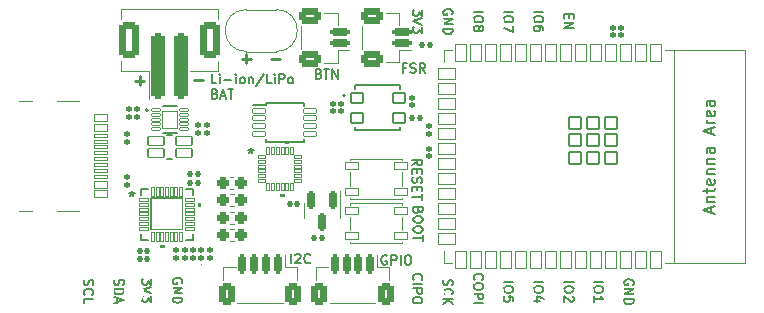
<source format=gbr>
%TF.GenerationSoftware,KiCad,Pcbnew,7.0.6*%
%TF.CreationDate,2023-10-17T01:06:07-04:00*%
%TF.ProjectId,tstick-5gw-pro-USB-V2-pcb,74737469-636b-42d3-9567-772d70726f2d,v0.0.2*%
%TF.SameCoordinates,Original*%
%TF.FileFunction,Legend,Top*%
%TF.FilePolarity,Positive*%
%FSLAX46Y46*%
G04 Gerber Fmt 4.6, Leading zero omitted, Abs format (unit mm)*
G04 Created by KiCad (PCBNEW 7.0.6) date 2023-10-17 01:06:07*
%MOMM*%
%LPD*%
G01*
G04 APERTURE LIST*
G04 Aperture macros list*
%AMRoundRect*
0 Rectangle with rounded corners*
0 $1 Rounding radius*
0 $2 $3 $4 $5 $6 $7 $8 $9 X,Y pos of 4 corners*
0 Add a 4 corners polygon primitive as box body*
4,1,4,$2,$3,$4,$5,$6,$7,$8,$9,$2,$3,0*
0 Add four circle primitives for the rounded corners*
1,1,$1+$1,$2,$3*
1,1,$1+$1,$4,$5*
1,1,$1+$1,$6,$7*
1,1,$1+$1,$8,$9*
0 Add four rect primitives between the rounded corners*
20,1,$1+$1,$2,$3,$4,$5,0*
20,1,$1+$1,$4,$5,$6,$7,0*
20,1,$1+$1,$6,$7,$8,$9,0*
20,1,$1+$1,$8,$9,$2,$3,0*%
G04 Aperture macros list end*
%ADD10C,0.200000*%
%ADD11C,0.250000*%
%ADD12C,0.150000*%
%ADD13C,0.120000*%
%ADD14C,0.100000*%
%ADD15C,0.152400*%
%ADD16C,0.127000*%
%ADD17RoundRect,0.300800X-0.250000X-2.500000X0.250000X-2.500000X0.250000X2.500000X-0.250000X2.500000X0*%
%ADD18RoundRect,0.300800X-0.550000X-1.250000X0.550000X-1.250000X0.550000X1.250000X-0.550000X1.250000X0*%
%ADD19RoundRect,0.150800X0.130000X0.100000X-0.130000X0.100000X-0.130000X-0.100000X0.130000X-0.100000X0*%
%ADD20RoundRect,0.150800X-0.130000X-0.100000X0.130000X-0.100000X0.130000X0.100000X-0.130000X0.100000X0*%
%ADD21RoundRect,0.150800X-0.100000X0.130000X-0.100000X-0.130000X0.100000X-0.130000X0.100000X0.130000X0*%
%ADD22RoundRect,0.150800X0.100000X-0.130000X0.100000X0.130000X-0.100000X0.130000X-0.100000X-0.130000X0*%
%ADD23O,2.101600X3.101600*%
%ADD24RoundRect,0.050800X0.525000X0.325000X-0.525000X0.325000X-0.525000X-0.325000X0.525000X-0.325000X0*%
%ADD25RoundRect,0.050800X-0.353199X-0.102000X0.353199X-0.102000X0.353199X0.102000X-0.353199X0.102000X0*%
%ADD26RoundRect,0.050800X-0.647700X-0.698500X0.647700X-0.698500X0.647700X0.698500X-0.647700X0.698500X0*%
%ADD27RoundRect,0.050800X0.327799X-0.102000X0.327799X0.102000X-0.327799X0.102000X-0.327799X-0.102000X0*%
%ADD28RoundRect,0.050800X-0.102000X-0.327799X0.102000X-0.327799X0.102000X0.327799X-0.102000X0.327799X0*%
%ADD29RoundRect,0.050800X-0.450000X0.750000X-0.450000X-0.750000X0.450000X-0.750000X0.450000X0.750000X0*%
%ADD30RoundRect,0.050800X-0.750000X-0.450000X0.750000X-0.450000X0.750000X0.450000X-0.750000X0.450000X0*%
%ADD31RoundRect,0.050800X0.450000X-0.750000X0.450000X0.750000X-0.450000X0.750000X-0.450000X-0.750000X0*%
%ADD32RoundRect,0.050800X0.500000X-0.500000X0.500000X0.500000X-0.500000X0.500000X-0.500000X-0.500000X0*%
%ADD33RoundRect,0.200800X0.150000X0.625000X-0.150000X0.625000X-0.150000X-0.625000X0.150000X-0.625000X0*%
%ADD34RoundRect,0.300800X0.350000X0.650000X-0.350000X0.650000X-0.350000X-0.650000X0.350000X-0.650000X0*%
%ADD35RoundRect,0.269550X-0.218750X-0.256250X0.218750X-0.256250X0.218750X0.256250X-0.218750X0.256250X0*%
%ADD36RoundRect,0.275800X0.225000X0.250000X-0.225000X0.250000X-0.225000X-0.250000X0.225000X-0.250000X0*%
%ADD37RoundRect,0.200800X0.625000X-0.150000X0.625000X0.150000X-0.625000X0.150000X-0.625000X-0.150000X0*%
%ADD38RoundRect,0.300800X0.650000X-0.350000X0.650000X0.350000X-0.650000X0.350000X-0.650000X-0.350000X0*%
%ADD39RoundRect,0.102000X0.500000X-0.425000X0.500000X0.425000X-0.500000X0.425000X-0.500000X-0.425000X0*%
%ADD40C,3.301600*%
%ADD41RoundRect,0.050800X0.403999X-0.102000X0.403999X0.102000X-0.403999X0.102000X-0.403999X-0.102000X0*%
%ADD42RoundRect,0.050800X-0.102000X-0.403999X0.102000X-0.403999X0.102000X0.403999X-0.102000X0.403999X0*%
%ADD43RoundRect,0.050800X-1.346200X-1.346200X1.346200X-1.346200X1.346200X1.346200X-1.346200X1.346200X0*%
%ADD44RoundRect,0.050800X-0.550000X-0.200000X0.550000X-0.200000X0.550000X0.200000X-0.550000X0.200000X0*%
%ADD45RoundRect,0.050800X-0.525000X-0.325000X0.525000X-0.325000X0.525000X0.325000X-0.525000X0.325000X0*%
%ADD46RoundRect,0.050800X0.671900X0.356000X-0.671900X0.356000X-0.671900X-0.356000X0.671900X-0.356000X0*%
%ADD47C,0.751600*%
%ADD48RoundRect,0.050800X-0.575000X0.300000X-0.575000X-0.300000X0.575000X-0.300000X0.575000X0.300000X0*%
%ADD49RoundRect,0.050800X-0.575000X0.150000X-0.575000X-0.150000X0.575000X-0.150000X0.575000X0.150000X0*%
%ADD50O,2.201600X1.101600*%
%ADD51O,1.901600X1.101600*%
%ADD52RoundRect,0.200800X-0.150000X0.587500X-0.150000X-0.587500X0.150000X-0.587500X0.150000X0.587500X0*%
%ADD53O,1.801600X1.801600*%
G04 APERTURE END LIST*
D10*
X130600000Y-68854790D02*
X130523810Y-68816695D01*
X130523810Y-68816695D02*
X130409524Y-68816695D01*
X130409524Y-68816695D02*
X130295238Y-68854790D01*
X130295238Y-68854790D02*
X130219048Y-68930980D01*
X130219048Y-68930980D02*
X130180953Y-69007171D01*
X130180953Y-69007171D02*
X130142857Y-69159552D01*
X130142857Y-69159552D02*
X130142857Y-69273838D01*
X130142857Y-69273838D02*
X130180953Y-69426219D01*
X130180953Y-69426219D02*
X130219048Y-69502409D01*
X130219048Y-69502409D02*
X130295238Y-69578600D01*
X130295238Y-69578600D02*
X130409524Y-69616695D01*
X130409524Y-69616695D02*
X130485715Y-69616695D01*
X130485715Y-69616695D02*
X130600000Y-69578600D01*
X130600000Y-69578600D02*
X130638096Y-69540504D01*
X130638096Y-69540504D02*
X130638096Y-69273838D01*
X130638096Y-69273838D02*
X130485715Y-69273838D01*
X130980953Y-69616695D02*
X130980953Y-68816695D01*
X130980953Y-68816695D02*
X131285715Y-68816695D01*
X131285715Y-68816695D02*
X131361905Y-68854790D01*
X131361905Y-68854790D02*
X131400000Y-68892885D01*
X131400000Y-68892885D02*
X131438096Y-68969076D01*
X131438096Y-68969076D02*
X131438096Y-69083361D01*
X131438096Y-69083361D02*
X131400000Y-69159552D01*
X131400000Y-69159552D02*
X131361905Y-69197647D01*
X131361905Y-69197647D02*
X131285715Y-69235742D01*
X131285715Y-69235742D02*
X130980953Y-69235742D01*
X131780953Y-69616695D02*
X131780953Y-68816695D01*
X132314286Y-68816695D02*
X132466667Y-68816695D01*
X132466667Y-68816695D02*
X132542857Y-68854790D01*
X132542857Y-68854790D02*
X132619048Y-68930980D01*
X132619048Y-68930980D02*
X132657143Y-69083361D01*
X132657143Y-69083361D02*
X132657143Y-69350028D01*
X132657143Y-69350028D02*
X132619048Y-69502409D01*
X132619048Y-69502409D02*
X132542857Y-69578600D01*
X132542857Y-69578600D02*
X132466667Y-69616695D01*
X132466667Y-69616695D02*
X132314286Y-69616695D01*
X132314286Y-69616695D02*
X132238095Y-69578600D01*
X132238095Y-69578600D02*
X132161905Y-69502409D01*
X132161905Y-69502409D02*
X132123809Y-69350028D01*
X132123809Y-69350028D02*
X132123809Y-69083361D01*
X132123809Y-69083361D02*
X132161905Y-68930980D01*
X132161905Y-68930980D02*
X132238095Y-68854790D01*
X132238095Y-68854790D02*
X132314286Y-68816695D01*
X132783304Y-61213095D02*
X133164257Y-60946428D01*
X132783304Y-60755952D02*
X133583304Y-60755952D01*
X133583304Y-60755952D02*
X133583304Y-61060714D01*
X133583304Y-61060714D02*
X133545209Y-61136904D01*
X133545209Y-61136904D02*
X133507114Y-61174999D01*
X133507114Y-61174999D02*
X133430923Y-61213095D01*
X133430923Y-61213095D02*
X133316638Y-61213095D01*
X133316638Y-61213095D02*
X133240447Y-61174999D01*
X133240447Y-61174999D02*
X133202352Y-61136904D01*
X133202352Y-61136904D02*
X133164257Y-61060714D01*
X133164257Y-61060714D02*
X133164257Y-60755952D01*
X133202352Y-61555952D02*
X133202352Y-61822618D01*
X132783304Y-61936904D02*
X132783304Y-61555952D01*
X132783304Y-61555952D02*
X133583304Y-61555952D01*
X133583304Y-61555952D02*
X133583304Y-61936904D01*
X132821400Y-62241666D02*
X132783304Y-62355952D01*
X132783304Y-62355952D02*
X132783304Y-62546428D01*
X132783304Y-62546428D02*
X132821400Y-62622619D01*
X132821400Y-62622619D02*
X132859495Y-62660714D01*
X132859495Y-62660714D02*
X132935685Y-62698809D01*
X132935685Y-62698809D02*
X133011876Y-62698809D01*
X133011876Y-62698809D02*
X133088066Y-62660714D01*
X133088066Y-62660714D02*
X133126161Y-62622619D01*
X133126161Y-62622619D02*
X133164257Y-62546428D01*
X133164257Y-62546428D02*
X133202352Y-62394047D01*
X133202352Y-62394047D02*
X133240447Y-62317857D01*
X133240447Y-62317857D02*
X133278542Y-62279762D01*
X133278542Y-62279762D02*
X133354733Y-62241666D01*
X133354733Y-62241666D02*
X133430923Y-62241666D01*
X133430923Y-62241666D02*
X133507114Y-62279762D01*
X133507114Y-62279762D02*
X133545209Y-62317857D01*
X133545209Y-62317857D02*
X133583304Y-62394047D01*
X133583304Y-62394047D02*
X133583304Y-62584524D01*
X133583304Y-62584524D02*
X133545209Y-62698809D01*
X133202352Y-63041667D02*
X133202352Y-63308333D01*
X132783304Y-63422619D02*
X132783304Y-63041667D01*
X132783304Y-63041667D02*
X133583304Y-63041667D01*
X133583304Y-63041667D02*
X133583304Y-63422619D01*
X133583304Y-63651191D02*
X133583304Y-64108334D01*
X132783304Y-63879762D02*
X133583304Y-63879762D01*
X116178006Y-54278695D02*
X115797054Y-54278695D01*
X115797054Y-54278695D02*
X115797054Y-53478695D01*
X116444673Y-54278695D02*
X116444673Y-53745361D01*
X116444673Y-53478695D02*
X116406577Y-53516790D01*
X116406577Y-53516790D02*
X116444673Y-53554885D01*
X116444673Y-53554885D02*
X116482768Y-53516790D01*
X116482768Y-53516790D02*
X116444673Y-53478695D01*
X116444673Y-53478695D02*
X116444673Y-53554885D01*
X116825625Y-53973933D02*
X117435149Y-53973933D01*
X117816101Y-54278695D02*
X117816101Y-53745361D01*
X117816101Y-53478695D02*
X117778005Y-53516790D01*
X117778005Y-53516790D02*
X117816101Y-53554885D01*
X117816101Y-53554885D02*
X117854196Y-53516790D01*
X117854196Y-53516790D02*
X117816101Y-53478695D01*
X117816101Y-53478695D02*
X117816101Y-53554885D01*
X118311338Y-54278695D02*
X118235148Y-54240600D01*
X118235148Y-54240600D02*
X118197053Y-54202504D01*
X118197053Y-54202504D02*
X118158957Y-54126314D01*
X118158957Y-54126314D02*
X118158957Y-53897742D01*
X118158957Y-53897742D02*
X118197053Y-53821552D01*
X118197053Y-53821552D02*
X118235148Y-53783457D01*
X118235148Y-53783457D02*
X118311338Y-53745361D01*
X118311338Y-53745361D02*
X118425624Y-53745361D01*
X118425624Y-53745361D02*
X118501815Y-53783457D01*
X118501815Y-53783457D02*
X118539910Y-53821552D01*
X118539910Y-53821552D02*
X118578005Y-53897742D01*
X118578005Y-53897742D02*
X118578005Y-54126314D01*
X118578005Y-54126314D02*
X118539910Y-54202504D01*
X118539910Y-54202504D02*
X118501815Y-54240600D01*
X118501815Y-54240600D02*
X118425624Y-54278695D01*
X118425624Y-54278695D02*
X118311338Y-54278695D01*
X118920863Y-53745361D02*
X118920863Y-54278695D01*
X118920863Y-53821552D02*
X118958958Y-53783457D01*
X118958958Y-53783457D02*
X119035148Y-53745361D01*
X119035148Y-53745361D02*
X119149434Y-53745361D01*
X119149434Y-53745361D02*
X119225625Y-53783457D01*
X119225625Y-53783457D02*
X119263720Y-53859647D01*
X119263720Y-53859647D02*
X119263720Y-54278695D01*
X120216101Y-53440600D02*
X119530387Y-54469171D01*
X120863720Y-54278695D02*
X120482768Y-54278695D01*
X120482768Y-54278695D02*
X120482768Y-53478695D01*
X121130387Y-54278695D02*
X121130387Y-53745361D01*
X121130387Y-53478695D02*
X121092291Y-53516790D01*
X121092291Y-53516790D02*
X121130387Y-53554885D01*
X121130387Y-53554885D02*
X121168482Y-53516790D01*
X121168482Y-53516790D02*
X121130387Y-53478695D01*
X121130387Y-53478695D02*
X121130387Y-53554885D01*
X121511339Y-54278695D02*
X121511339Y-53478695D01*
X121511339Y-53478695D02*
X121816101Y-53478695D01*
X121816101Y-53478695D02*
X121892291Y-53516790D01*
X121892291Y-53516790D02*
X121930386Y-53554885D01*
X121930386Y-53554885D02*
X121968482Y-53631076D01*
X121968482Y-53631076D02*
X121968482Y-53745361D01*
X121968482Y-53745361D02*
X121930386Y-53821552D01*
X121930386Y-53821552D02*
X121892291Y-53859647D01*
X121892291Y-53859647D02*
X121816101Y-53897742D01*
X121816101Y-53897742D02*
X121511339Y-53897742D01*
X122425624Y-54278695D02*
X122349434Y-54240600D01*
X122349434Y-54240600D02*
X122311339Y-54202504D01*
X122311339Y-54202504D02*
X122273243Y-54126314D01*
X122273243Y-54126314D02*
X122273243Y-53897742D01*
X122273243Y-53897742D02*
X122311339Y-53821552D01*
X122311339Y-53821552D02*
X122349434Y-53783457D01*
X122349434Y-53783457D02*
X122425624Y-53745361D01*
X122425624Y-53745361D02*
X122539910Y-53745361D01*
X122539910Y-53745361D02*
X122616101Y-53783457D01*
X122616101Y-53783457D02*
X122654196Y-53821552D01*
X122654196Y-53821552D02*
X122692291Y-53897742D01*
X122692291Y-53897742D02*
X122692291Y-54126314D01*
X122692291Y-54126314D02*
X122654196Y-54202504D01*
X122654196Y-54202504D02*
X122616101Y-54240600D01*
X122616101Y-54240600D02*
X122539910Y-54278695D01*
X122539910Y-54278695D02*
X122425624Y-54278695D01*
X116063720Y-55147647D02*
X116178006Y-55185742D01*
X116178006Y-55185742D02*
X116216101Y-55223838D01*
X116216101Y-55223838D02*
X116254197Y-55300028D01*
X116254197Y-55300028D02*
X116254197Y-55414314D01*
X116254197Y-55414314D02*
X116216101Y-55490504D01*
X116216101Y-55490504D02*
X116178006Y-55528600D01*
X116178006Y-55528600D02*
X116101816Y-55566695D01*
X116101816Y-55566695D02*
X115797054Y-55566695D01*
X115797054Y-55566695D02*
X115797054Y-54766695D01*
X115797054Y-54766695D02*
X116063720Y-54766695D01*
X116063720Y-54766695D02*
X116139911Y-54804790D01*
X116139911Y-54804790D02*
X116178006Y-54842885D01*
X116178006Y-54842885D02*
X116216101Y-54919076D01*
X116216101Y-54919076D02*
X116216101Y-54995266D01*
X116216101Y-54995266D02*
X116178006Y-55071457D01*
X116178006Y-55071457D02*
X116139911Y-55109552D01*
X116139911Y-55109552D02*
X116063720Y-55147647D01*
X116063720Y-55147647D02*
X115797054Y-55147647D01*
X116558958Y-55338123D02*
X116939911Y-55338123D01*
X116482768Y-55566695D02*
X116749435Y-54766695D01*
X116749435Y-54766695D02*
X117016101Y-55566695D01*
X117168482Y-54766695D02*
X117625625Y-54766695D01*
X117397053Y-55566695D02*
X117397053Y-54766695D01*
X124853333Y-53462647D02*
X124967619Y-53500742D01*
X124967619Y-53500742D02*
X125005714Y-53538838D01*
X125005714Y-53538838D02*
X125043810Y-53615028D01*
X125043810Y-53615028D02*
X125043810Y-53729314D01*
X125043810Y-53729314D02*
X125005714Y-53805504D01*
X125005714Y-53805504D02*
X124967619Y-53843600D01*
X124967619Y-53843600D02*
X124891429Y-53881695D01*
X124891429Y-53881695D02*
X124586667Y-53881695D01*
X124586667Y-53881695D02*
X124586667Y-53081695D01*
X124586667Y-53081695D02*
X124853333Y-53081695D01*
X124853333Y-53081695D02*
X124929524Y-53119790D01*
X124929524Y-53119790D02*
X124967619Y-53157885D01*
X124967619Y-53157885D02*
X125005714Y-53234076D01*
X125005714Y-53234076D02*
X125005714Y-53310266D01*
X125005714Y-53310266D02*
X124967619Y-53386457D01*
X124967619Y-53386457D02*
X124929524Y-53424552D01*
X124929524Y-53424552D02*
X124853333Y-53462647D01*
X124853333Y-53462647D02*
X124586667Y-53462647D01*
X125272381Y-53081695D02*
X125729524Y-53081695D01*
X125500952Y-53881695D02*
X125500952Y-53081695D01*
X125996191Y-53881695D02*
X125996191Y-53081695D01*
X125996191Y-53081695D02*
X126453334Y-53881695D01*
X126453334Y-53881695D02*
X126453334Y-53081695D01*
X133277352Y-65039285D02*
X133239257Y-65153571D01*
X133239257Y-65153571D02*
X133201161Y-65191666D01*
X133201161Y-65191666D02*
X133124971Y-65229762D01*
X133124971Y-65229762D02*
X133010685Y-65229762D01*
X133010685Y-65229762D02*
X132934495Y-65191666D01*
X132934495Y-65191666D02*
X132896400Y-65153571D01*
X132896400Y-65153571D02*
X132858304Y-65077381D01*
X132858304Y-65077381D02*
X132858304Y-64772619D01*
X132858304Y-64772619D02*
X133658304Y-64772619D01*
X133658304Y-64772619D02*
X133658304Y-65039285D01*
X133658304Y-65039285D02*
X133620209Y-65115476D01*
X133620209Y-65115476D02*
X133582114Y-65153571D01*
X133582114Y-65153571D02*
X133505923Y-65191666D01*
X133505923Y-65191666D02*
X133429733Y-65191666D01*
X133429733Y-65191666D02*
X133353542Y-65153571D01*
X133353542Y-65153571D02*
X133315447Y-65115476D01*
X133315447Y-65115476D02*
X133277352Y-65039285D01*
X133277352Y-65039285D02*
X133277352Y-64772619D01*
X133658304Y-65725000D02*
X133658304Y-65877381D01*
X133658304Y-65877381D02*
X133620209Y-65953571D01*
X133620209Y-65953571D02*
X133544019Y-66029762D01*
X133544019Y-66029762D02*
X133391638Y-66067857D01*
X133391638Y-66067857D02*
X133124971Y-66067857D01*
X133124971Y-66067857D02*
X132972590Y-66029762D01*
X132972590Y-66029762D02*
X132896400Y-65953571D01*
X132896400Y-65953571D02*
X132858304Y-65877381D01*
X132858304Y-65877381D02*
X132858304Y-65725000D01*
X132858304Y-65725000D02*
X132896400Y-65648809D01*
X132896400Y-65648809D02*
X132972590Y-65572619D01*
X132972590Y-65572619D02*
X133124971Y-65534523D01*
X133124971Y-65534523D02*
X133391638Y-65534523D01*
X133391638Y-65534523D02*
X133544019Y-65572619D01*
X133544019Y-65572619D02*
X133620209Y-65648809D01*
X133620209Y-65648809D02*
X133658304Y-65725000D01*
X133658304Y-66563095D02*
X133658304Y-66715476D01*
X133658304Y-66715476D02*
X133620209Y-66791666D01*
X133620209Y-66791666D02*
X133544019Y-66867857D01*
X133544019Y-66867857D02*
X133391638Y-66905952D01*
X133391638Y-66905952D02*
X133124971Y-66905952D01*
X133124971Y-66905952D02*
X132972590Y-66867857D01*
X132972590Y-66867857D02*
X132896400Y-66791666D01*
X132896400Y-66791666D02*
X132858304Y-66715476D01*
X132858304Y-66715476D02*
X132858304Y-66563095D01*
X132858304Y-66563095D02*
X132896400Y-66486904D01*
X132896400Y-66486904D02*
X132972590Y-66410714D01*
X132972590Y-66410714D02*
X133124971Y-66372618D01*
X133124971Y-66372618D02*
X133391638Y-66372618D01*
X133391638Y-66372618D02*
X133544019Y-66410714D01*
X133544019Y-66410714D02*
X133620209Y-66486904D01*
X133620209Y-66486904D02*
X133658304Y-66563095D01*
X133658304Y-67134523D02*
X133658304Y-67591666D01*
X132858304Y-67363094D02*
X133658304Y-67363094D01*
D11*
X118332568Y-52193666D02*
X119094473Y-52193666D01*
X118713520Y-52574619D02*
X118713520Y-51812714D01*
D10*
X132208720Y-52942647D02*
X131942054Y-52942647D01*
X131942054Y-53361695D02*
X131942054Y-52561695D01*
X131942054Y-52561695D02*
X132323006Y-52561695D01*
X132589672Y-53323600D02*
X132703958Y-53361695D01*
X132703958Y-53361695D02*
X132894434Y-53361695D01*
X132894434Y-53361695D02*
X132970625Y-53323600D01*
X132970625Y-53323600D02*
X133008720Y-53285504D01*
X133008720Y-53285504D02*
X133046815Y-53209314D01*
X133046815Y-53209314D02*
X133046815Y-53133123D01*
X133046815Y-53133123D02*
X133008720Y-53056933D01*
X133008720Y-53056933D02*
X132970625Y-53018838D01*
X132970625Y-53018838D02*
X132894434Y-52980742D01*
X132894434Y-52980742D02*
X132742053Y-52942647D01*
X132742053Y-52942647D02*
X132665863Y-52904552D01*
X132665863Y-52904552D02*
X132627768Y-52866457D01*
X132627768Y-52866457D02*
X132589672Y-52790266D01*
X132589672Y-52790266D02*
X132589672Y-52714076D01*
X132589672Y-52714076D02*
X132627768Y-52637885D01*
X132627768Y-52637885D02*
X132665863Y-52599790D01*
X132665863Y-52599790D02*
X132742053Y-52561695D01*
X132742053Y-52561695D02*
X132932530Y-52561695D01*
X132932530Y-52561695D02*
X133046815Y-52599790D01*
X133846816Y-53361695D02*
X133580149Y-52980742D01*
X133389673Y-53361695D02*
X133389673Y-52561695D01*
X133389673Y-52561695D02*
X133694435Y-52561695D01*
X133694435Y-52561695D02*
X133770625Y-52599790D01*
X133770625Y-52599790D02*
X133808720Y-52637885D01*
X133808720Y-52637885D02*
X133846816Y-52714076D01*
X133846816Y-52714076D02*
X133846816Y-52828361D01*
X133846816Y-52828361D02*
X133808720Y-52904552D01*
X133808720Y-52904552D02*
X133770625Y-52942647D01*
X133770625Y-52942647D02*
X133694435Y-52980742D01*
X133694435Y-52980742D02*
X133389673Y-52980742D01*
D11*
X114272568Y-54023666D02*
X115034473Y-54023666D01*
X109292568Y-54053666D02*
X110054473Y-54053666D01*
X109673520Y-54434619D02*
X109673520Y-53672714D01*
D10*
X110658304Y-70809523D02*
X110658304Y-71304761D01*
X110658304Y-71304761D02*
X110353542Y-71038095D01*
X110353542Y-71038095D02*
X110353542Y-71152380D01*
X110353542Y-71152380D02*
X110315447Y-71228571D01*
X110315447Y-71228571D02*
X110277352Y-71266666D01*
X110277352Y-71266666D02*
X110201161Y-71304761D01*
X110201161Y-71304761D02*
X110010685Y-71304761D01*
X110010685Y-71304761D02*
X109934495Y-71266666D01*
X109934495Y-71266666D02*
X109896400Y-71228571D01*
X109896400Y-71228571D02*
X109858304Y-71152380D01*
X109858304Y-71152380D02*
X109858304Y-70923809D01*
X109858304Y-70923809D02*
X109896400Y-70847618D01*
X109896400Y-70847618D02*
X109934495Y-70809523D01*
X110658304Y-71533333D02*
X109858304Y-71800000D01*
X109858304Y-71800000D02*
X110658304Y-72066666D01*
X110658304Y-72257142D02*
X110658304Y-72752380D01*
X110658304Y-72752380D02*
X110353542Y-72485714D01*
X110353542Y-72485714D02*
X110353542Y-72599999D01*
X110353542Y-72599999D02*
X110315447Y-72676190D01*
X110315447Y-72676190D02*
X110277352Y-72714285D01*
X110277352Y-72714285D02*
X110201161Y-72752380D01*
X110201161Y-72752380D02*
X110010685Y-72752380D01*
X110010685Y-72752380D02*
X109934495Y-72714285D01*
X109934495Y-72714285D02*
X109896400Y-72676190D01*
X109896400Y-72676190D02*
X109858304Y-72599999D01*
X109858304Y-72599999D02*
X109858304Y-72371428D01*
X109858304Y-72371428D02*
X109896400Y-72295237D01*
X109896400Y-72295237D02*
X109934495Y-72257142D01*
D11*
X120832568Y-52193666D02*
X121594473Y-52193666D01*
D10*
X113270209Y-71190476D02*
X113308304Y-71114286D01*
X113308304Y-71114286D02*
X113308304Y-71000000D01*
X113308304Y-71000000D02*
X113270209Y-70885714D01*
X113270209Y-70885714D02*
X113194019Y-70809524D01*
X113194019Y-70809524D02*
X113117828Y-70771429D01*
X113117828Y-70771429D02*
X112965447Y-70733333D01*
X112965447Y-70733333D02*
X112851161Y-70733333D01*
X112851161Y-70733333D02*
X112698780Y-70771429D01*
X112698780Y-70771429D02*
X112622590Y-70809524D01*
X112622590Y-70809524D02*
X112546400Y-70885714D01*
X112546400Y-70885714D02*
X112508304Y-71000000D01*
X112508304Y-71000000D02*
X112508304Y-71076191D01*
X112508304Y-71076191D02*
X112546400Y-71190476D01*
X112546400Y-71190476D02*
X112584495Y-71228572D01*
X112584495Y-71228572D02*
X112851161Y-71228572D01*
X112851161Y-71228572D02*
X112851161Y-71076191D01*
X112508304Y-71571429D02*
X113308304Y-71571429D01*
X113308304Y-71571429D02*
X112508304Y-72028572D01*
X112508304Y-72028572D02*
X113308304Y-72028572D01*
X112508304Y-72409524D02*
X113308304Y-72409524D01*
X113308304Y-72409524D02*
X113308304Y-72600000D01*
X113308304Y-72600000D02*
X113270209Y-72714286D01*
X113270209Y-72714286D02*
X113194019Y-72790476D01*
X113194019Y-72790476D02*
X113117828Y-72828571D01*
X113117828Y-72828571D02*
X112965447Y-72866667D01*
X112965447Y-72866667D02*
X112851161Y-72866667D01*
X112851161Y-72866667D02*
X112698780Y-72828571D01*
X112698780Y-72828571D02*
X112622590Y-72790476D01*
X112622590Y-72790476D02*
X112546400Y-72714286D01*
X112546400Y-72714286D02*
X112508304Y-72600000D01*
X112508304Y-72600000D02*
X112508304Y-72409524D01*
X122529048Y-69501695D02*
X122529048Y-68701695D01*
X122871904Y-68777885D02*
X122910000Y-68739790D01*
X122910000Y-68739790D02*
X122986190Y-68701695D01*
X122986190Y-68701695D02*
X123176666Y-68701695D01*
X123176666Y-68701695D02*
X123252857Y-68739790D01*
X123252857Y-68739790D02*
X123290952Y-68777885D01*
X123290952Y-68777885D02*
X123329047Y-68854076D01*
X123329047Y-68854076D02*
X123329047Y-68930266D01*
X123329047Y-68930266D02*
X123290952Y-69044552D01*
X123290952Y-69044552D02*
X122833809Y-69501695D01*
X122833809Y-69501695D02*
X123329047Y-69501695D01*
X124129048Y-69425504D02*
X124090952Y-69463600D01*
X124090952Y-69463600D02*
X123976667Y-69501695D01*
X123976667Y-69501695D02*
X123900476Y-69501695D01*
X123900476Y-69501695D02*
X123786190Y-69463600D01*
X123786190Y-69463600D02*
X123710000Y-69387409D01*
X123710000Y-69387409D02*
X123671905Y-69311219D01*
X123671905Y-69311219D02*
X123633809Y-69158838D01*
X123633809Y-69158838D02*
X123633809Y-69044552D01*
X123633809Y-69044552D02*
X123671905Y-68892171D01*
X123671905Y-68892171D02*
X123710000Y-68815980D01*
X123710000Y-68815980D02*
X123786190Y-68739790D01*
X123786190Y-68739790D02*
X123900476Y-68701695D01*
X123900476Y-68701695D02*
X123976667Y-68701695D01*
X123976667Y-68701695D02*
X124090952Y-68739790D01*
X124090952Y-68739790D02*
X124129048Y-68777885D01*
D12*
X119094001Y-59779819D02*
X119094001Y-60017914D01*
X118855906Y-59922676D02*
X119094001Y-60017914D01*
X119094001Y-60017914D02*
X119332096Y-59922676D01*
X118951144Y-60208390D02*
X119094001Y-60017914D01*
X119094001Y-60017914D02*
X119236858Y-60208390D01*
X119094001Y-59779819D02*
X119094001Y-60017914D01*
X118855906Y-59922676D02*
X119094001Y-60017914D01*
X119094001Y-60017914D02*
X119332096Y-59922676D01*
X118951144Y-60208390D02*
X119094001Y-60017914D01*
X119094001Y-60017914D02*
X119236858Y-60208390D01*
X158089104Y-65211905D02*
X158089104Y-64735715D01*
X158374819Y-65307143D02*
X157374819Y-64973810D01*
X157374819Y-64973810D02*
X158374819Y-64640477D01*
X157708152Y-64307143D02*
X158374819Y-64307143D01*
X157803390Y-64307143D02*
X157755771Y-64259524D01*
X157755771Y-64259524D02*
X157708152Y-64164286D01*
X157708152Y-64164286D02*
X157708152Y-64021429D01*
X157708152Y-64021429D02*
X157755771Y-63926191D01*
X157755771Y-63926191D02*
X157851009Y-63878572D01*
X157851009Y-63878572D02*
X158374819Y-63878572D01*
X157708152Y-63545238D02*
X157708152Y-63164286D01*
X157374819Y-63402381D02*
X158231961Y-63402381D01*
X158231961Y-63402381D02*
X158327200Y-63354762D01*
X158327200Y-63354762D02*
X158374819Y-63259524D01*
X158374819Y-63259524D02*
X158374819Y-63164286D01*
X158327200Y-62450000D02*
X158374819Y-62545238D01*
X158374819Y-62545238D02*
X158374819Y-62735714D01*
X158374819Y-62735714D02*
X158327200Y-62830952D01*
X158327200Y-62830952D02*
X158231961Y-62878571D01*
X158231961Y-62878571D02*
X157851009Y-62878571D01*
X157851009Y-62878571D02*
X157755771Y-62830952D01*
X157755771Y-62830952D02*
X157708152Y-62735714D01*
X157708152Y-62735714D02*
X157708152Y-62545238D01*
X157708152Y-62545238D02*
X157755771Y-62450000D01*
X157755771Y-62450000D02*
X157851009Y-62402381D01*
X157851009Y-62402381D02*
X157946247Y-62402381D01*
X157946247Y-62402381D02*
X158041485Y-62878571D01*
X157708152Y-61973809D02*
X158374819Y-61973809D01*
X157803390Y-61973809D02*
X157755771Y-61926190D01*
X157755771Y-61926190D02*
X157708152Y-61830952D01*
X157708152Y-61830952D02*
X157708152Y-61688095D01*
X157708152Y-61688095D02*
X157755771Y-61592857D01*
X157755771Y-61592857D02*
X157851009Y-61545238D01*
X157851009Y-61545238D02*
X158374819Y-61545238D01*
X157708152Y-61069047D02*
X158374819Y-61069047D01*
X157803390Y-61069047D02*
X157755771Y-61021428D01*
X157755771Y-61021428D02*
X157708152Y-60926190D01*
X157708152Y-60926190D02*
X157708152Y-60783333D01*
X157708152Y-60783333D02*
X157755771Y-60688095D01*
X157755771Y-60688095D02*
X157851009Y-60640476D01*
X157851009Y-60640476D02*
X158374819Y-60640476D01*
X158374819Y-59735714D02*
X157851009Y-59735714D01*
X157851009Y-59735714D02*
X157755771Y-59783333D01*
X157755771Y-59783333D02*
X157708152Y-59878571D01*
X157708152Y-59878571D02*
X157708152Y-60069047D01*
X157708152Y-60069047D02*
X157755771Y-60164285D01*
X158327200Y-59735714D02*
X158374819Y-59830952D01*
X158374819Y-59830952D02*
X158374819Y-60069047D01*
X158374819Y-60069047D02*
X158327200Y-60164285D01*
X158327200Y-60164285D02*
X158231961Y-60211904D01*
X158231961Y-60211904D02*
X158136723Y-60211904D01*
X158136723Y-60211904D02*
X158041485Y-60164285D01*
X158041485Y-60164285D02*
X157993866Y-60069047D01*
X157993866Y-60069047D02*
X157993866Y-59830952D01*
X157993866Y-59830952D02*
X157946247Y-59735714D01*
X158089104Y-58545237D02*
X158089104Y-58069047D01*
X158374819Y-58640475D02*
X157374819Y-58307142D01*
X157374819Y-58307142D02*
X158374819Y-57973809D01*
X158374819Y-57640475D02*
X157708152Y-57640475D01*
X157898628Y-57640475D02*
X157803390Y-57592856D01*
X157803390Y-57592856D02*
X157755771Y-57545237D01*
X157755771Y-57545237D02*
X157708152Y-57449999D01*
X157708152Y-57449999D02*
X157708152Y-57354761D01*
X158327200Y-56640475D02*
X158374819Y-56735713D01*
X158374819Y-56735713D02*
X158374819Y-56926189D01*
X158374819Y-56926189D02*
X158327200Y-57021427D01*
X158327200Y-57021427D02*
X158231961Y-57069046D01*
X158231961Y-57069046D02*
X157851009Y-57069046D01*
X157851009Y-57069046D02*
X157755771Y-57021427D01*
X157755771Y-57021427D02*
X157708152Y-56926189D01*
X157708152Y-56926189D02*
X157708152Y-56735713D01*
X157708152Y-56735713D02*
X157755771Y-56640475D01*
X157755771Y-56640475D02*
X157851009Y-56592856D01*
X157851009Y-56592856D02*
X157946247Y-56592856D01*
X157946247Y-56592856D02*
X158041485Y-57069046D01*
X158374819Y-55735713D02*
X157851009Y-55735713D01*
X157851009Y-55735713D02*
X157755771Y-55783332D01*
X157755771Y-55783332D02*
X157708152Y-55878570D01*
X157708152Y-55878570D02*
X157708152Y-56069046D01*
X157708152Y-56069046D02*
X157755771Y-56164284D01*
X158327200Y-55735713D02*
X158374819Y-55830951D01*
X158374819Y-55830951D02*
X158374819Y-56069046D01*
X158374819Y-56069046D02*
X158327200Y-56164284D01*
X158327200Y-56164284D02*
X158231961Y-56211903D01*
X158231961Y-56211903D02*
X158136723Y-56211903D01*
X158136723Y-56211903D02*
X158041485Y-56164284D01*
X158041485Y-56164284D02*
X157993866Y-56069046D01*
X157993866Y-56069046D02*
X157993866Y-55830951D01*
X157993866Y-55830951D02*
X157946247Y-55735713D01*
X111238094Y-64829818D02*
X111238094Y-65639341D01*
X111238094Y-65639341D02*
X111285713Y-65734579D01*
X111285713Y-65734579D02*
X111333332Y-65782199D01*
X111333332Y-65782199D02*
X111428570Y-65829818D01*
X111428570Y-65829818D02*
X111619046Y-65829818D01*
X111619046Y-65829818D02*
X111714284Y-65782199D01*
X111714284Y-65782199D02*
X111761903Y-65734579D01*
X111761903Y-65734579D02*
X111809522Y-65639341D01*
X111809522Y-65639341D02*
X111809522Y-64829818D01*
X112809522Y-65829818D02*
X112238094Y-65829818D01*
X112523808Y-65829818D02*
X112523808Y-64829818D01*
X112523808Y-64829818D02*
X112428570Y-64972675D01*
X112428570Y-64972675D02*
X112333332Y-65067913D01*
X112333332Y-65067913D02*
X112238094Y-65115532D01*
X109010400Y-63418426D02*
X109010400Y-63656521D01*
X108772305Y-63561283D02*
X109010400Y-63656521D01*
X109010400Y-63656521D02*
X109248495Y-63561283D01*
X108867543Y-63846997D02*
X109010400Y-63656521D01*
X109010400Y-63656521D02*
X109153257Y-63846997D01*
X109010400Y-63418426D02*
X109010400Y-63656521D01*
X108772305Y-63561283D02*
X109010400Y-63656521D01*
X109010400Y-63656521D02*
X109248495Y-63561283D01*
X108867543Y-63846997D02*
X109010400Y-63656521D01*
X109010400Y-63656521D02*
X109153257Y-63846997D01*
D10*
X143050304Y-48235000D02*
X143850304Y-48235000D01*
X143850304Y-48768333D02*
X143850304Y-48920714D01*
X143850304Y-48920714D02*
X143812209Y-48996904D01*
X143812209Y-48996904D02*
X143736019Y-49073095D01*
X143736019Y-49073095D02*
X143583638Y-49111190D01*
X143583638Y-49111190D02*
X143316971Y-49111190D01*
X143316971Y-49111190D02*
X143164590Y-49073095D01*
X143164590Y-49073095D02*
X143088400Y-48996904D01*
X143088400Y-48996904D02*
X143050304Y-48920714D01*
X143050304Y-48920714D02*
X143050304Y-48768333D01*
X143050304Y-48768333D02*
X143088400Y-48692142D01*
X143088400Y-48692142D02*
X143164590Y-48615952D01*
X143164590Y-48615952D02*
X143316971Y-48577856D01*
X143316971Y-48577856D02*
X143583638Y-48577856D01*
X143583638Y-48577856D02*
X143736019Y-48615952D01*
X143736019Y-48615952D02*
X143812209Y-48692142D01*
X143812209Y-48692142D02*
X143850304Y-48768333D01*
X143850304Y-49796904D02*
X143850304Y-49644523D01*
X143850304Y-49644523D02*
X143812209Y-49568332D01*
X143812209Y-49568332D02*
X143774114Y-49530237D01*
X143774114Y-49530237D02*
X143659828Y-49454047D01*
X143659828Y-49454047D02*
X143507447Y-49415951D01*
X143507447Y-49415951D02*
X143202685Y-49415951D01*
X143202685Y-49415951D02*
X143126495Y-49454047D01*
X143126495Y-49454047D02*
X143088400Y-49492142D01*
X143088400Y-49492142D02*
X143050304Y-49568332D01*
X143050304Y-49568332D02*
X143050304Y-49720713D01*
X143050304Y-49720713D02*
X143088400Y-49796904D01*
X143088400Y-49796904D02*
X143126495Y-49834999D01*
X143126495Y-49834999D02*
X143202685Y-49873094D01*
X143202685Y-49873094D02*
X143393161Y-49873094D01*
X143393161Y-49873094D02*
X143469352Y-49834999D01*
X143469352Y-49834999D02*
X143507447Y-49796904D01*
X143507447Y-49796904D02*
X143545542Y-49720713D01*
X143545542Y-49720713D02*
X143545542Y-49568332D01*
X143545542Y-49568332D02*
X143507447Y-49492142D01*
X143507447Y-49492142D02*
X143469352Y-49454047D01*
X143469352Y-49454047D02*
X143393161Y-49415951D01*
X148150304Y-71120000D02*
X148950304Y-71120000D01*
X148950304Y-71653333D02*
X148950304Y-71805714D01*
X148950304Y-71805714D02*
X148912209Y-71881904D01*
X148912209Y-71881904D02*
X148836019Y-71958095D01*
X148836019Y-71958095D02*
X148683638Y-71996190D01*
X148683638Y-71996190D02*
X148416971Y-71996190D01*
X148416971Y-71996190D02*
X148264590Y-71958095D01*
X148264590Y-71958095D02*
X148188400Y-71881904D01*
X148188400Y-71881904D02*
X148150304Y-71805714D01*
X148150304Y-71805714D02*
X148150304Y-71653333D01*
X148150304Y-71653333D02*
X148188400Y-71577142D01*
X148188400Y-71577142D02*
X148264590Y-71500952D01*
X148264590Y-71500952D02*
X148416971Y-71462856D01*
X148416971Y-71462856D02*
X148683638Y-71462856D01*
X148683638Y-71462856D02*
X148836019Y-71500952D01*
X148836019Y-71500952D02*
X148912209Y-71577142D01*
X148912209Y-71577142D02*
X148950304Y-71653333D01*
X148150304Y-72758094D02*
X148150304Y-72300951D01*
X148150304Y-72529523D02*
X148950304Y-72529523D01*
X148950304Y-72529523D02*
X148836019Y-72453332D01*
X148836019Y-72453332D02*
X148759828Y-72377142D01*
X148759828Y-72377142D02*
X148721733Y-72300951D01*
X138051495Y-70913096D02*
X138013400Y-70875000D01*
X138013400Y-70875000D02*
X137975304Y-70760715D01*
X137975304Y-70760715D02*
X137975304Y-70684524D01*
X137975304Y-70684524D02*
X138013400Y-70570238D01*
X138013400Y-70570238D02*
X138089590Y-70494048D01*
X138089590Y-70494048D02*
X138165780Y-70455953D01*
X138165780Y-70455953D02*
X138318161Y-70417857D01*
X138318161Y-70417857D02*
X138432447Y-70417857D01*
X138432447Y-70417857D02*
X138584828Y-70455953D01*
X138584828Y-70455953D02*
X138661019Y-70494048D01*
X138661019Y-70494048D02*
X138737209Y-70570238D01*
X138737209Y-70570238D02*
X138775304Y-70684524D01*
X138775304Y-70684524D02*
X138775304Y-70760715D01*
X138775304Y-70760715D02*
X138737209Y-70875000D01*
X138737209Y-70875000D02*
X138699114Y-70913096D01*
X138775304Y-71408334D02*
X138775304Y-71560715D01*
X138775304Y-71560715D02*
X138737209Y-71636905D01*
X138737209Y-71636905D02*
X138661019Y-71713096D01*
X138661019Y-71713096D02*
X138508638Y-71751191D01*
X138508638Y-71751191D02*
X138241971Y-71751191D01*
X138241971Y-71751191D02*
X138089590Y-71713096D01*
X138089590Y-71713096D02*
X138013400Y-71636905D01*
X138013400Y-71636905D02*
X137975304Y-71560715D01*
X137975304Y-71560715D02*
X137975304Y-71408334D01*
X137975304Y-71408334D02*
X138013400Y-71332143D01*
X138013400Y-71332143D02*
X138089590Y-71255953D01*
X138089590Y-71255953D02*
X138241971Y-71217857D01*
X138241971Y-71217857D02*
X138508638Y-71217857D01*
X138508638Y-71217857D02*
X138661019Y-71255953D01*
X138661019Y-71255953D02*
X138737209Y-71332143D01*
X138737209Y-71332143D02*
X138775304Y-71408334D01*
X137975304Y-72094048D02*
X138775304Y-72094048D01*
X138775304Y-72094048D02*
X138775304Y-72398810D01*
X138775304Y-72398810D02*
X138737209Y-72475000D01*
X138737209Y-72475000D02*
X138699114Y-72513095D01*
X138699114Y-72513095D02*
X138622923Y-72551191D01*
X138622923Y-72551191D02*
X138508638Y-72551191D01*
X138508638Y-72551191D02*
X138432447Y-72513095D01*
X138432447Y-72513095D02*
X138394352Y-72475000D01*
X138394352Y-72475000D02*
X138356257Y-72398810D01*
X138356257Y-72398810D02*
X138356257Y-72094048D01*
X137975304Y-72894048D02*
X138775304Y-72894048D01*
X132901495Y-70888096D02*
X132863400Y-70850000D01*
X132863400Y-70850000D02*
X132825304Y-70735715D01*
X132825304Y-70735715D02*
X132825304Y-70659524D01*
X132825304Y-70659524D02*
X132863400Y-70545238D01*
X132863400Y-70545238D02*
X132939590Y-70469048D01*
X132939590Y-70469048D02*
X133015780Y-70430953D01*
X133015780Y-70430953D02*
X133168161Y-70392857D01*
X133168161Y-70392857D02*
X133282447Y-70392857D01*
X133282447Y-70392857D02*
X133434828Y-70430953D01*
X133434828Y-70430953D02*
X133511019Y-70469048D01*
X133511019Y-70469048D02*
X133587209Y-70545238D01*
X133587209Y-70545238D02*
X133625304Y-70659524D01*
X133625304Y-70659524D02*
X133625304Y-70735715D01*
X133625304Y-70735715D02*
X133587209Y-70850000D01*
X133587209Y-70850000D02*
X133549114Y-70888096D01*
X132825304Y-71230953D02*
X133625304Y-71230953D01*
X132825304Y-71611905D02*
X133625304Y-71611905D01*
X133625304Y-71611905D02*
X133625304Y-71916667D01*
X133625304Y-71916667D02*
X133587209Y-71992857D01*
X133587209Y-71992857D02*
X133549114Y-72030952D01*
X133549114Y-72030952D02*
X133472923Y-72069048D01*
X133472923Y-72069048D02*
X133358638Y-72069048D01*
X133358638Y-72069048D02*
X133282447Y-72030952D01*
X133282447Y-72030952D02*
X133244352Y-71992857D01*
X133244352Y-71992857D02*
X133206257Y-71916667D01*
X133206257Y-71916667D02*
X133206257Y-71611905D01*
X133625304Y-72564286D02*
X133625304Y-72716667D01*
X133625304Y-72716667D02*
X133587209Y-72792857D01*
X133587209Y-72792857D02*
X133511019Y-72869048D01*
X133511019Y-72869048D02*
X133358638Y-72907143D01*
X133358638Y-72907143D02*
X133091971Y-72907143D01*
X133091971Y-72907143D02*
X132939590Y-72869048D01*
X132939590Y-72869048D02*
X132863400Y-72792857D01*
X132863400Y-72792857D02*
X132825304Y-72716667D01*
X132825304Y-72716667D02*
X132825304Y-72564286D01*
X132825304Y-72564286D02*
X132863400Y-72488095D01*
X132863400Y-72488095D02*
X132939590Y-72411905D01*
X132939590Y-72411905D02*
X133091971Y-72373809D01*
X133091971Y-72373809D02*
X133358638Y-72373809D01*
X133358638Y-72373809D02*
X133511019Y-72411905D01*
X133511019Y-72411905D02*
X133587209Y-72488095D01*
X133587209Y-72488095D02*
X133625304Y-72564286D01*
X107556400Y-70888571D02*
X107518304Y-71002857D01*
X107518304Y-71002857D02*
X107518304Y-71193333D01*
X107518304Y-71193333D02*
X107556400Y-71269524D01*
X107556400Y-71269524D02*
X107594495Y-71307619D01*
X107594495Y-71307619D02*
X107670685Y-71345714D01*
X107670685Y-71345714D02*
X107746876Y-71345714D01*
X107746876Y-71345714D02*
X107823066Y-71307619D01*
X107823066Y-71307619D02*
X107861161Y-71269524D01*
X107861161Y-71269524D02*
X107899257Y-71193333D01*
X107899257Y-71193333D02*
X107937352Y-71040952D01*
X107937352Y-71040952D02*
X107975447Y-70964762D01*
X107975447Y-70964762D02*
X108013542Y-70926667D01*
X108013542Y-70926667D02*
X108089733Y-70888571D01*
X108089733Y-70888571D02*
X108165923Y-70888571D01*
X108165923Y-70888571D02*
X108242114Y-70926667D01*
X108242114Y-70926667D02*
X108280209Y-70964762D01*
X108280209Y-70964762D02*
X108318304Y-71040952D01*
X108318304Y-71040952D02*
X108318304Y-71231429D01*
X108318304Y-71231429D02*
X108280209Y-71345714D01*
X107518304Y-71688572D02*
X108318304Y-71688572D01*
X108318304Y-71688572D02*
X108318304Y-71879048D01*
X108318304Y-71879048D02*
X108280209Y-71993334D01*
X108280209Y-71993334D02*
X108204019Y-72069524D01*
X108204019Y-72069524D02*
X108127828Y-72107619D01*
X108127828Y-72107619D02*
X107975447Y-72145715D01*
X107975447Y-72145715D02*
X107861161Y-72145715D01*
X107861161Y-72145715D02*
X107708780Y-72107619D01*
X107708780Y-72107619D02*
X107632590Y-72069524D01*
X107632590Y-72069524D02*
X107556400Y-71993334D01*
X107556400Y-71993334D02*
X107518304Y-71879048D01*
X107518304Y-71879048D02*
X107518304Y-71688572D01*
X107746876Y-72450476D02*
X107746876Y-72831429D01*
X107518304Y-72374286D02*
X108318304Y-72640953D01*
X108318304Y-72640953D02*
X107518304Y-72907619D01*
X135438400Y-70891428D02*
X135400304Y-71005714D01*
X135400304Y-71005714D02*
X135400304Y-71196190D01*
X135400304Y-71196190D02*
X135438400Y-71272381D01*
X135438400Y-71272381D02*
X135476495Y-71310476D01*
X135476495Y-71310476D02*
X135552685Y-71348571D01*
X135552685Y-71348571D02*
X135628876Y-71348571D01*
X135628876Y-71348571D02*
X135705066Y-71310476D01*
X135705066Y-71310476D02*
X135743161Y-71272381D01*
X135743161Y-71272381D02*
X135781257Y-71196190D01*
X135781257Y-71196190D02*
X135819352Y-71043809D01*
X135819352Y-71043809D02*
X135857447Y-70967619D01*
X135857447Y-70967619D02*
X135895542Y-70929524D01*
X135895542Y-70929524D02*
X135971733Y-70891428D01*
X135971733Y-70891428D02*
X136047923Y-70891428D01*
X136047923Y-70891428D02*
X136124114Y-70929524D01*
X136124114Y-70929524D02*
X136162209Y-70967619D01*
X136162209Y-70967619D02*
X136200304Y-71043809D01*
X136200304Y-71043809D02*
X136200304Y-71234286D01*
X136200304Y-71234286D02*
X136162209Y-71348571D01*
X135476495Y-72148572D02*
X135438400Y-72110476D01*
X135438400Y-72110476D02*
X135400304Y-71996191D01*
X135400304Y-71996191D02*
X135400304Y-71920000D01*
X135400304Y-71920000D02*
X135438400Y-71805714D01*
X135438400Y-71805714D02*
X135514590Y-71729524D01*
X135514590Y-71729524D02*
X135590780Y-71691429D01*
X135590780Y-71691429D02*
X135743161Y-71653333D01*
X135743161Y-71653333D02*
X135857447Y-71653333D01*
X135857447Y-71653333D02*
X136009828Y-71691429D01*
X136009828Y-71691429D02*
X136086019Y-71729524D01*
X136086019Y-71729524D02*
X136162209Y-71805714D01*
X136162209Y-71805714D02*
X136200304Y-71920000D01*
X136200304Y-71920000D02*
X136200304Y-71996191D01*
X136200304Y-71996191D02*
X136162209Y-72110476D01*
X136162209Y-72110476D02*
X136124114Y-72148572D01*
X135400304Y-72491429D02*
X136200304Y-72491429D01*
X135400304Y-72948572D02*
X135857447Y-72605714D01*
X136200304Y-72948572D02*
X135743161Y-72491429D01*
X151462209Y-71310476D02*
X151500304Y-71234286D01*
X151500304Y-71234286D02*
X151500304Y-71120000D01*
X151500304Y-71120000D02*
X151462209Y-71005714D01*
X151462209Y-71005714D02*
X151386019Y-70929524D01*
X151386019Y-70929524D02*
X151309828Y-70891429D01*
X151309828Y-70891429D02*
X151157447Y-70853333D01*
X151157447Y-70853333D02*
X151043161Y-70853333D01*
X151043161Y-70853333D02*
X150890780Y-70891429D01*
X150890780Y-70891429D02*
X150814590Y-70929524D01*
X150814590Y-70929524D02*
X150738400Y-71005714D01*
X150738400Y-71005714D02*
X150700304Y-71120000D01*
X150700304Y-71120000D02*
X150700304Y-71196191D01*
X150700304Y-71196191D02*
X150738400Y-71310476D01*
X150738400Y-71310476D02*
X150776495Y-71348572D01*
X150776495Y-71348572D02*
X151043161Y-71348572D01*
X151043161Y-71348572D02*
X151043161Y-71196191D01*
X150700304Y-71691429D02*
X151500304Y-71691429D01*
X151500304Y-71691429D02*
X150700304Y-72148572D01*
X150700304Y-72148572D02*
X151500304Y-72148572D01*
X150700304Y-72529524D02*
X151500304Y-72529524D01*
X151500304Y-72529524D02*
X151500304Y-72720000D01*
X151500304Y-72720000D02*
X151462209Y-72834286D01*
X151462209Y-72834286D02*
X151386019Y-72910476D01*
X151386019Y-72910476D02*
X151309828Y-72948571D01*
X151309828Y-72948571D02*
X151157447Y-72986667D01*
X151157447Y-72986667D02*
X151043161Y-72986667D01*
X151043161Y-72986667D02*
X150890780Y-72948571D01*
X150890780Y-72948571D02*
X150814590Y-72910476D01*
X150814590Y-72910476D02*
X150738400Y-72834286D01*
X150738400Y-72834286D02*
X150700304Y-72720000D01*
X150700304Y-72720000D02*
X150700304Y-72529524D01*
X133625304Y-48044523D02*
X133625304Y-48539761D01*
X133625304Y-48539761D02*
X133320542Y-48273095D01*
X133320542Y-48273095D02*
X133320542Y-48387380D01*
X133320542Y-48387380D02*
X133282447Y-48463571D01*
X133282447Y-48463571D02*
X133244352Y-48501666D01*
X133244352Y-48501666D02*
X133168161Y-48539761D01*
X133168161Y-48539761D02*
X132977685Y-48539761D01*
X132977685Y-48539761D02*
X132901495Y-48501666D01*
X132901495Y-48501666D02*
X132863400Y-48463571D01*
X132863400Y-48463571D02*
X132825304Y-48387380D01*
X132825304Y-48387380D02*
X132825304Y-48158809D01*
X132825304Y-48158809D02*
X132863400Y-48082618D01*
X132863400Y-48082618D02*
X132901495Y-48044523D01*
X133625304Y-48768333D02*
X132825304Y-49035000D01*
X132825304Y-49035000D02*
X133625304Y-49301666D01*
X133625304Y-49492142D02*
X133625304Y-49987380D01*
X133625304Y-49987380D02*
X133320542Y-49720714D01*
X133320542Y-49720714D02*
X133320542Y-49834999D01*
X133320542Y-49834999D02*
X133282447Y-49911190D01*
X133282447Y-49911190D02*
X133244352Y-49949285D01*
X133244352Y-49949285D02*
X133168161Y-49987380D01*
X133168161Y-49987380D02*
X132977685Y-49987380D01*
X132977685Y-49987380D02*
X132901495Y-49949285D01*
X132901495Y-49949285D02*
X132863400Y-49911190D01*
X132863400Y-49911190D02*
X132825304Y-49834999D01*
X132825304Y-49834999D02*
X132825304Y-49606428D01*
X132825304Y-49606428D02*
X132863400Y-49530237D01*
X132863400Y-49530237D02*
X132901495Y-49492142D01*
X140525304Y-48235000D02*
X141325304Y-48235000D01*
X141325304Y-48768333D02*
X141325304Y-48920714D01*
X141325304Y-48920714D02*
X141287209Y-48996904D01*
X141287209Y-48996904D02*
X141211019Y-49073095D01*
X141211019Y-49073095D02*
X141058638Y-49111190D01*
X141058638Y-49111190D02*
X140791971Y-49111190D01*
X140791971Y-49111190D02*
X140639590Y-49073095D01*
X140639590Y-49073095D02*
X140563400Y-48996904D01*
X140563400Y-48996904D02*
X140525304Y-48920714D01*
X140525304Y-48920714D02*
X140525304Y-48768333D01*
X140525304Y-48768333D02*
X140563400Y-48692142D01*
X140563400Y-48692142D02*
X140639590Y-48615952D01*
X140639590Y-48615952D02*
X140791971Y-48577856D01*
X140791971Y-48577856D02*
X141058638Y-48577856D01*
X141058638Y-48577856D02*
X141211019Y-48615952D01*
X141211019Y-48615952D02*
X141287209Y-48692142D01*
X141287209Y-48692142D02*
X141325304Y-48768333D01*
X141325304Y-49377856D02*
X141325304Y-49911190D01*
X141325304Y-49911190D02*
X140525304Y-49568332D01*
X104981400Y-70907618D02*
X104943304Y-71021904D01*
X104943304Y-71021904D02*
X104943304Y-71212380D01*
X104943304Y-71212380D02*
X104981400Y-71288571D01*
X104981400Y-71288571D02*
X105019495Y-71326666D01*
X105019495Y-71326666D02*
X105095685Y-71364761D01*
X105095685Y-71364761D02*
X105171876Y-71364761D01*
X105171876Y-71364761D02*
X105248066Y-71326666D01*
X105248066Y-71326666D02*
X105286161Y-71288571D01*
X105286161Y-71288571D02*
X105324257Y-71212380D01*
X105324257Y-71212380D02*
X105362352Y-71059999D01*
X105362352Y-71059999D02*
X105400447Y-70983809D01*
X105400447Y-70983809D02*
X105438542Y-70945714D01*
X105438542Y-70945714D02*
X105514733Y-70907618D01*
X105514733Y-70907618D02*
X105590923Y-70907618D01*
X105590923Y-70907618D02*
X105667114Y-70945714D01*
X105667114Y-70945714D02*
X105705209Y-70983809D01*
X105705209Y-70983809D02*
X105743304Y-71059999D01*
X105743304Y-71059999D02*
X105743304Y-71250476D01*
X105743304Y-71250476D02*
X105705209Y-71364761D01*
X105019495Y-72164762D02*
X104981400Y-72126666D01*
X104981400Y-72126666D02*
X104943304Y-72012381D01*
X104943304Y-72012381D02*
X104943304Y-71936190D01*
X104943304Y-71936190D02*
X104981400Y-71821904D01*
X104981400Y-71821904D02*
X105057590Y-71745714D01*
X105057590Y-71745714D02*
X105133780Y-71707619D01*
X105133780Y-71707619D02*
X105286161Y-71669523D01*
X105286161Y-71669523D02*
X105400447Y-71669523D01*
X105400447Y-71669523D02*
X105552828Y-71707619D01*
X105552828Y-71707619D02*
X105629019Y-71745714D01*
X105629019Y-71745714D02*
X105705209Y-71821904D01*
X105705209Y-71821904D02*
X105743304Y-71936190D01*
X105743304Y-71936190D02*
X105743304Y-72012381D01*
X105743304Y-72012381D02*
X105705209Y-72126666D01*
X105705209Y-72126666D02*
X105667114Y-72164762D01*
X104943304Y-72888571D02*
X104943304Y-72507619D01*
X104943304Y-72507619D02*
X105743304Y-72507619D01*
X143050304Y-71120000D02*
X143850304Y-71120000D01*
X143850304Y-71653333D02*
X143850304Y-71805714D01*
X143850304Y-71805714D02*
X143812209Y-71881904D01*
X143812209Y-71881904D02*
X143736019Y-71958095D01*
X143736019Y-71958095D02*
X143583638Y-71996190D01*
X143583638Y-71996190D02*
X143316971Y-71996190D01*
X143316971Y-71996190D02*
X143164590Y-71958095D01*
X143164590Y-71958095D02*
X143088400Y-71881904D01*
X143088400Y-71881904D02*
X143050304Y-71805714D01*
X143050304Y-71805714D02*
X143050304Y-71653333D01*
X143050304Y-71653333D02*
X143088400Y-71577142D01*
X143088400Y-71577142D02*
X143164590Y-71500952D01*
X143164590Y-71500952D02*
X143316971Y-71462856D01*
X143316971Y-71462856D02*
X143583638Y-71462856D01*
X143583638Y-71462856D02*
X143736019Y-71500952D01*
X143736019Y-71500952D02*
X143812209Y-71577142D01*
X143812209Y-71577142D02*
X143850304Y-71653333D01*
X143583638Y-72681904D02*
X143050304Y-72681904D01*
X143888400Y-72491428D02*
X143316971Y-72300951D01*
X143316971Y-72300951D02*
X143316971Y-72796190D01*
X137975304Y-48235000D02*
X138775304Y-48235000D01*
X138775304Y-48768333D02*
X138775304Y-48920714D01*
X138775304Y-48920714D02*
X138737209Y-48996904D01*
X138737209Y-48996904D02*
X138661019Y-49073095D01*
X138661019Y-49073095D02*
X138508638Y-49111190D01*
X138508638Y-49111190D02*
X138241971Y-49111190D01*
X138241971Y-49111190D02*
X138089590Y-49073095D01*
X138089590Y-49073095D02*
X138013400Y-48996904D01*
X138013400Y-48996904D02*
X137975304Y-48920714D01*
X137975304Y-48920714D02*
X137975304Y-48768333D01*
X137975304Y-48768333D02*
X138013400Y-48692142D01*
X138013400Y-48692142D02*
X138089590Y-48615952D01*
X138089590Y-48615952D02*
X138241971Y-48577856D01*
X138241971Y-48577856D02*
X138508638Y-48577856D01*
X138508638Y-48577856D02*
X138661019Y-48615952D01*
X138661019Y-48615952D02*
X138737209Y-48692142D01*
X138737209Y-48692142D02*
X138775304Y-48768333D01*
X138432447Y-49568332D02*
X138470542Y-49492142D01*
X138470542Y-49492142D02*
X138508638Y-49454047D01*
X138508638Y-49454047D02*
X138584828Y-49415951D01*
X138584828Y-49415951D02*
X138622923Y-49415951D01*
X138622923Y-49415951D02*
X138699114Y-49454047D01*
X138699114Y-49454047D02*
X138737209Y-49492142D01*
X138737209Y-49492142D02*
X138775304Y-49568332D01*
X138775304Y-49568332D02*
X138775304Y-49720713D01*
X138775304Y-49720713D02*
X138737209Y-49796904D01*
X138737209Y-49796904D02*
X138699114Y-49834999D01*
X138699114Y-49834999D02*
X138622923Y-49873094D01*
X138622923Y-49873094D02*
X138584828Y-49873094D01*
X138584828Y-49873094D02*
X138508638Y-49834999D01*
X138508638Y-49834999D02*
X138470542Y-49796904D01*
X138470542Y-49796904D02*
X138432447Y-49720713D01*
X138432447Y-49720713D02*
X138432447Y-49568332D01*
X138432447Y-49568332D02*
X138394352Y-49492142D01*
X138394352Y-49492142D02*
X138356257Y-49454047D01*
X138356257Y-49454047D02*
X138280066Y-49415951D01*
X138280066Y-49415951D02*
X138127685Y-49415951D01*
X138127685Y-49415951D02*
X138051495Y-49454047D01*
X138051495Y-49454047D02*
X138013400Y-49492142D01*
X138013400Y-49492142D02*
X137975304Y-49568332D01*
X137975304Y-49568332D02*
X137975304Y-49720713D01*
X137975304Y-49720713D02*
X138013400Y-49796904D01*
X138013400Y-49796904D02*
X138051495Y-49834999D01*
X138051495Y-49834999D02*
X138127685Y-49873094D01*
X138127685Y-49873094D02*
X138280066Y-49873094D01*
X138280066Y-49873094D02*
X138356257Y-49834999D01*
X138356257Y-49834999D02*
X138394352Y-49796904D01*
X138394352Y-49796904D02*
X138432447Y-49720713D01*
X136162209Y-48425476D02*
X136200304Y-48349286D01*
X136200304Y-48349286D02*
X136200304Y-48235000D01*
X136200304Y-48235000D02*
X136162209Y-48120714D01*
X136162209Y-48120714D02*
X136086019Y-48044524D01*
X136086019Y-48044524D02*
X136009828Y-48006429D01*
X136009828Y-48006429D02*
X135857447Y-47968333D01*
X135857447Y-47968333D02*
X135743161Y-47968333D01*
X135743161Y-47968333D02*
X135590780Y-48006429D01*
X135590780Y-48006429D02*
X135514590Y-48044524D01*
X135514590Y-48044524D02*
X135438400Y-48120714D01*
X135438400Y-48120714D02*
X135400304Y-48235000D01*
X135400304Y-48235000D02*
X135400304Y-48311191D01*
X135400304Y-48311191D02*
X135438400Y-48425476D01*
X135438400Y-48425476D02*
X135476495Y-48463572D01*
X135476495Y-48463572D02*
X135743161Y-48463572D01*
X135743161Y-48463572D02*
X135743161Y-48311191D01*
X135400304Y-48806429D02*
X136200304Y-48806429D01*
X136200304Y-48806429D02*
X135400304Y-49263572D01*
X135400304Y-49263572D02*
X136200304Y-49263572D01*
X135400304Y-49644524D02*
X136200304Y-49644524D01*
X136200304Y-49644524D02*
X136200304Y-49835000D01*
X136200304Y-49835000D02*
X136162209Y-49949286D01*
X136162209Y-49949286D02*
X136086019Y-50025476D01*
X136086019Y-50025476D02*
X136009828Y-50063571D01*
X136009828Y-50063571D02*
X135857447Y-50101667D01*
X135857447Y-50101667D02*
X135743161Y-50101667D01*
X135743161Y-50101667D02*
X135590780Y-50063571D01*
X135590780Y-50063571D02*
X135514590Y-50025476D01*
X135514590Y-50025476D02*
X135438400Y-49949286D01*
X135438400Y-49949286D02*
X135400304Y-49835000D01*
X135400304Y-49835000D02*
X135400304Y-49644524D01*
X140525304Y-71120000D02*
X141325304Y-71120000D01*
X141325304Y-71653333D02*
X141325304Y-71805714D01*
X141325304Y-71805714D02*
X141287209Y-71881904D01*
X141287209Y-71881904D02*
X141211019Y-71958095D01*
X141211019Y-71958095D02*
X141058638Y-71996190D01*
X141058638Y-71996190D02*
X140791971Y-71996190D01*
X140791971Y-71996190D02*
X140639590Y-71958095D01*
X140639590Y-71958095D02*
X140563400Y-71881904D01*
X140563400Y-71881904D02*
X140525304Y-71805714D01*
X140525304Y-71805714D02*
X140525304Y-71653333D01*
X140525304Y-71653333D02*
X140563400Y-71577142D01*
X140563400Y-71577142D02*
X140639590Y-71500952D01*
X140639590Y-71500952D02*
X140791971Y-71462856D01*
X140791971Y-71462856D02*
X141058638Y-71462856D01*
X141058638Y-71462856D02*
X141211019Y-71500952D01*
X141211019Y-71500952D02*
X141287209Y-71577142D01*
X141287209Y-71577142D02*
X141325304Y-71653333D01*
X141325304Y-72719999D02*
X141325304Y-72339047D01*
X141325304Y-72339047D02*
X140944352Y-72300951D01*
X140944352Y-72300951D02*
X140982447Y-72339047D01*
X140982447Y-72339047D02*
X141020542Y-72415237D01*
X141020542Y-72415237D02*
X141020542Y-72605713D01*
X141020542Y-72605713D02*
X140982447Y-72681904D01*
X140982447Y-72681904D02*
X140944352Y-72719999D01*
X140944352Y-72719999D02*
X140868161Y-72758094D01*
X140868161Y-72758094D02*
X140677685Y-72758094D01*
X140677685Y-72758094D02*
X140601495Y-72719999D01*
X140601495Y-72719999D02*
X140563400Y-72681904D01*
X140563400Y-72681904D02*
X140525304Y-72605713D01*
X140525304Y-72605713D02*
X140525304Y-72415237D01*
X140525304Y-72415237D02*
X140563400Y-72339047D01*
X140563400Y-72339047D02*
X140601495Y-72300951D01*
X146044352Y-48444524D02*
X146044352Y-48711190D01*
X145625304Y-48825476D02*
X145625304Y-48444524D01*
X145625304Y-48444524D02*
X146425304Y-48444524D01*
X146425304Y-48444524D02*
X146425304Y-48825476D01*
X145625304Y-49168334D02*
X146425304Y-49168334D01*
X146425304Y-49168334D02*
X145625304Y-49625477D01*
X145625304Y-49625477D02*
X146425304Y-49625477D01*
X145625304Y-71120000D02*
X146425304Y-71120000D01*
X146425304Y-71653333D02*
X146425304Y-71805714D01*
X146425304Y-71805714D02*
X146387209Y-71881904D01*
X146387209Y-71881904D02*
X146311019Y-71958095D01*
X146311019Y-71958095D02*
X146158638Y-71996190D01*
X146158638Y-71996190D02*
X145891971Y-71996190D01*
X145891971Y-71996190D02*
X145739590Y-71958095D01*
X145739590Y-71958095D02*
X145663400Y-71881904D01*
X145663400Y-71881904D02*
X145625304Y-71805714D01*
X145625304Y-71805714D02*
X145625304Y-71653333D01*
X145625304Y-71653333D02*
X145663400Y-71577142D01*
X145663400Y-71577142D02*
X145739590Y-71500952D01*
X145739590Y-71500952D02*
X145891971Y-71462856D01*
X145891971Y-71462856D02*
X146158638Y-71462856D01*
X146158638Y-71462856D02*
X146311019Y-71500952D01*
X146311019Y-71500952D02*
X146387209Y-71577142D01*
X146387209Y-71577142D02*
X146425304Y-71653333D01*
X146349114Y-72300951D02*
X146387209Y-72339047D01*
X146387209Y-72339047D02*
X146425304Y-72415237D01*
X146425304Y-72415237D02*
X146425304Y-72605713D01*
X146425304Y-72605713D02*
X146387209Y-72681904D01*
X146387209Y-72681904D02*
X146349114Y-72719999D01*
X146349114Y-72719999D02*
X146272923Y-72758094D01*
X146272923Y-72758094D02*
X146196733Y-72758094D01*
X146196733Y-72758094D02*
X146082447Y-72719999D01*
X146082447Y-72719999D02*
X145625304Y-72262856D01*
X145625304Y-72262856D02*
X145625304Y-72758094D01*
D13*
%TO.C,BT1*%
X108135000Y-47970000D02*
X116305000Y-47970000D01*
X108135000Y-48820000D02*
X108135000Y-47970000D01*
X108135000Y-52340000D02*
X108135000Y-53190000D01*
X108135000Y-53190000D02*
X110460000Y-53190000D01*
X110460000Y-53190000D02*
X110460000Y-55580000D01*
X116305000Y-47970000D02*
X116305000Y-48820000D01*
X116305000Y-52340000D02*
X116305000Y-53190000D01*
X116305000Y-53190000D02*
X113980000Y-53190000D01*
D14*
%TO.C,BT2*%
X121250000Y-51578000D02*
X118710000Y-51578000D01*
X121250000Y-48022000D02*
X118710000Y-48022000D01*
X121250000Y-51578000D02*
G75*
G03*
X121250000Y-48022000I0J1778000D01*
G01*
X118710000Y-48022000D02*
G75*
G03*
X118710000Y-51578000I0J-1778000D01*
G01*
%TO.C,CHARGLED1*%
X114949999Y-69570699D02*
G75*
G03*
X114949999Y-69570699I-50000J0D01*
G01*
D13*
%TO.C,SW2*%
X131925000Y-67825000D02*
X131925000Y-67705000D01*
X131925000Y-66695000D02*
X131925000Y-65555000D01*
X131925000Y-64545000D02*
X131925000Y-64425000D01*
X131925000Y-64425000D02*
X127525000Y-64425000D01*
X127525000Y-67825000D02*
X131925000Y-67825000D01*
X127525000Y-67705000D02*
X127525000Y-67825000D01*
X127525000Y-65555000D02*
X127525000Y-66695000D01*
X127525000Y-64425000D02*
X127525000Y-64545000D01*
D15*
%TO.C,FG1*%
X111672465Y-58480301D02*
X112864735Y-58480301D01*
X112864735Y-56219701D02*
X111672465Y-56219701D01*
X110374801Y-56550001D02*
G75*
G03*
X110374801Y-56550001I-101600J0D01*
G01*
%TO.C,IMU1*%
G36*
X121968900Y-63882399D02*
G01*
X121587900Y-63882399D01*
X121587900Y-63628399D01*
X121968900Y-63628399D01*
X121968900Y-63882399D01*
G37*
G36*
X122368899Y-59421601D02*
G01*
X121987899Y-59421601D01*
X121987899Y-59167601D01*
X122368899Y-59167601D01*
X122368899Y-59421601D01*
G37*
D13*
%TO.C,MCU1*%
X160920000Y-51450000D02*
X154170000Y-51450000D01*
X160920000Y-51450000D02*
X160920000Y-69450000D01*
X136170000Y-51450000D02*
X135420000Y-51450000D01*
X135420000Y-51450000D02*
X135420000Y-52450000D01*
X160920000Y-69450000D02*
X154170000Y-69450000D01*
X154920000Y-69450000D02*
X154920000Y-51450000D01*
X136170000Y-69450000D02*
X135420000Y-69450000D01*
X135420000Y-69450000D02*
X135420000Y-68450000D01*
%TO.C,QWIIC1*%
X123000000Y-70935000D02*
X123000000Y-69785000D01*
X123000000Y-69785000D02*
X121950000Y-69785000D01*
X121950000Y-69785000D02*
X121950000Y-68795000D01*
X121830000Y-72905000D02*
X117950000Y-72905000D01*
X116780000Y-70935000D02*
X116780000Y-69785000D01*
X116780000Y-69785000D02*
X117830000Y-69785000D01*
%TO.C,L2*%
X117334021Y-63680700D02*
X117659579Y-63680700D01*
X117334021Y-64700700D02*
X117659579Y-64700700D01*
%TO.C,TrillExtensionInput1*%
X130820000Y-70935000D02*
X130820000Y-69785000D01*
X130820000Y-69785000D02*
X129770000Y-69785000D01*
X129770000Y-69785000D02*
X129770000Y-68795000D01*
X129650000Y-72905000D02*
X125770000Y-72905000D01*
X124600000Y-70935000D02*
X124600000Y-69785000D01*
X124600000Y-69785000D02*
X125650000Y-69785000D01*
%TO.C,C4*%
X117649880Y-67660700D02*
X117368720Y-67660700D01*
X117649880Y-66640700D02*
X117368720Y-66640700D01*
%TO.C,FSR1*%
X130520000Y-52500000D02*
X131670000Y-52500000D01*
X131670000Y-52500000D02*
X131670000Y-51450000D01*
X131670000Y-51450000D02*
X132660000Y-51450000D01*
X128550000Y-51330000D02*
X128550000Y-49450000D01*
X130520000Y-48280000D02*
X131670000Y-48280000D01*
X131670000Y-48280000D02*
X131670000Y-49330000D01*
D16*
%TO.C,PWLED1*%
X127950000Y-54450000D02*
X131750000Y-54450000D01*
X127950000Y-54750000D02*
X127950000Y-54450000D01*
X127950000Y-57950000D02*
X127950000Y-58250000D01*
X127950000Y-58250000D02*
X131750000Y-58250000D01*
X131750000Y-54450000D02*
X131750000Y-54750000D01*
X131750000Y-58250000D02*
X131750000Y-57950000D01*
D10*
X127100000Y-55300000D02*
G75*
G03*
X127100000Y-55300000I-100000J0D01*
G01*
D13*
%TO.C,SW1*%
X125285000Y-52510000D02*
X126435000Y-52510000D01*
X126435000Y-52510000D02*
X126435000Y-51460000D01*
X126435000Y-51460000D02*
X127425000Y-51460000D01*
X123315000Y-51340000D02*
X123315000Y-49460000D01*
X125285000Y-48290000D02*
X126435000Y-48290000D01*
X126435000Y-48290000D02*
X126435000Y-49340000D01*
D15*
%TO.C,U1*%
X109828299Y-63203299D02*
X109828299Y-63740259D01*
X109828299Y-67009739D02*
X109828299Y-67546699D01*
X109828299Y-67546699D02*
X110365259Y-67546699D01*
X110365259Y-63203299D02*
X109828299Y-63203299D01*
X113634739Y-67546699D02*
X114171699Y-67546699D01*
X114171699Y-63203299D02*
X113634739Y-63203299D01*
X114171699Y-63740259D02*
X114171699Y-63203299D01*
X114171699Y-67546699D02*
X114171699Y-67009739D01*
G36*
X111790500Y-68227698D02*
G01*
X111409500Y-68227698D01*
X111409500Y-67973698D01*
X111790500Y-67973698D01*
X111790500Y-68227698D01*
G37*
G36*
X114852698Y-64765498D02*
G01*
X114598698Y-64765498D01*
X114598698Y-64384498D01*
X114852698Y-64384498D01*
X114852698Y-64765498D01*
G37*
D12*
%TO.C,U4*%
X120350000Y-55950000D02*
X120350000Y-56075000D01*
X120350000Y-55950000D02*
X123600000Y-55950000D01*
X120350000Y-56075000D02*
X119275000Y-56075000D01*
X120350000Y-59200000D02*
X120350000Y-58975000D01*
X120350000Y-59200000D02*
X123600000Y-59200000D01*
X123600000Y-55950000D02*
X123600000Y-56175000D01*
X123600000Y-59200000D02*
X123600000Y-58975000D01*
D13*
%TO.C,SW3*%
X127525000Y-60675000D02*
X127525000Y-60795000D01*
X127525000Y-61805000D02*
X127525000Y-62945000D01*
X127525000Y-63955000D02*
X127525000Y-64075000D01*
X127525000Y-64075000D02*
X131925000Y-64075000D01*
X131925000Y-60675000D02*
X127525000Y-60675000D01*
X131925000Y-60795000D02*
X131925000Y-60675000D01*
X131925000Y-62945000D02*
X131925000Y-61805000D01*
X131925000Y-64075000D02*
X131925000Y-63955000D01*
%TO.C,C5*%
X117624880Y-63240700D02*
X117343720Y-63240700D01*
X117624880Y-62220700D02*
X117343720Y-62220700D01*
D15*
%TO.C,R2*%
X112449838Y-58641300D02*
X112030162Y-58641300D01*
X112030162Y-60698700D02*
X112449838Y-60698700D01*
D13*
%TO.C,J1*%
X102710000Y-55780000D02*
X104510000Y-55780000D01*
X100610000Y-55780000D02*
X99460000Y-55780000D01*
X102710000Y-65120000D02*
X104510000Y-65120000D01*
X100610000Y-65120000D02*
X99460000Y-65120000D01*
%TO.C,Q3*%
X126685000Y-65050000D02*
X126685000Y-63375000D01*
X126685000Y-65050000D02*
X126685000Y-65700000D01*
X123565000Y-65050000D02*
X123565000Y-64400000D01*
X123565000Y-65050000D02*
X123565000Y-65700000D01*
%TO.C,L1*%
X117346521Y-65170700D02*
X117672079Y-65170700D01*
X117346521Y-66190700D02*
X117672079Y-66190700D01*
%TD*%
%LPC*%
D17*
%TO.C,BT1*%
X111220000Y-52830000D03*
X113220000Y-52830000D03*
D18*
X108820000Y-50580000D03*
X115620000Y-50580000D03*
%TD*%
D19*
%TO.C,R23*%
X125125000Y-67350000D03*
X124485000Y-67350000D03*
%TD*%
D20*
%TO.C,R11*%
X113975000Y-61975000D03*
X114615000Y-61975000D03*
%TD*%
D21*
%TO.C,R18*%
X126050000Y-56008750D03*
X126050000Y-56648750D03*
%TD*%
D22*
%TO.C,R3*%
X115609300Y-69045000D03*
X115609300Y-68405000D03*
%TD*%
D23*
%TO.C,BT2*%
X118710000Y-49800000D03*
X121250000Y-49800000D03*
%TD*%
D22*
%TO.C,R19*%
X134160000Y-58540000D03*
X134160000Y-57900000D03*
%TD*%
%TO.C,CHARGLED1*%
X114899999Y-69030699D03*
X114899999Y-68390699D03*
%TD*%
D24*
%TO.C,SW2*%
X131800000Y-67200000D03*
X127650000Y-67200000D03*
X131800000Y-65050000D03*
X127650000Y-65050000D03*
%TD*%
D25*
%TO.C,FG1*%
X111077200Y-56550000D03*
X111077200Y-56950002D03*
X111077200Y-57350001D03*
X111077200Y-57750000D03*
X111077200Y-58150002D03*
X113460000Y-58150002D03*
X113460000Y-57750000D03*
X113460000Y-57350001D03*
X113460000Y-56950002D03*
X113460000Y-56550000D03*
D26*
X112268600Y-57350001D03*
%TD*%
D27*
%TO.C,IMU1*%
X120056800Y-60524999D03*
X120056800Y-60925001D03*
X120056800Y-61325000D03*
X120056800Y-61725000D03*
X120056800Y-62124999D03*
X120056800Y-62525001D03*
D28*
X120578399Y-63046600D03*
X120978401Y-63046600D03*
X121378400Y-63046600D03*
X121778400Y-63046600D03*
X122178399Y-63046600D03*
X122578401Y-63046600D03*
D27*
X123100000Y-62525001D03*
X123100000Y-62124999D03*
X123100000Y-61725000D03*
X123100000Y-61325000D03*
X123100000Y-60925001D03*
X123100000Y-60524999D03*
D28*
X122578401Y-60003400D03*
X122178399Y-60003400D03*
X121778400Y-60003400D03*
X121378400Y-60003400D03*
X120978401Y-60003400D03*
X120578399Y-60003400D03*
%TD*%
D29*
%TO.C,MCU1*%
X153430000Y-51700000D03*
X152160000Y-51700000D03*
X150890000Y-51700000D03*
X149620000Y-51700000D03*
X148350000Y-51700000D03*
X147080000Y-51700000D03*
X145810000Y-51700000D03*
X144540000Y-51700000D03*
X143270000Y-51700000D03*
X142000000Y-51700000D03*
X140730000Y-51700000D03*
X139460000Y-51700000D03*
X138190000Y-51700000D03*
X136920000Y-51700000D03*
D30*
X135670000Y-53465000D03*
X135670000Y-54735000D03*
X135670000Y-56005000D03*
X135670000Y-57275000D03*
X135670000Y-58545000D03*
X135670000Y-59815000D03*
X135670000Y-61085000D03*
X135670000Y-62355000D03*
X135670000Y-63625000D03*
X135670000Y-64895000D03*
X135670000Y-66165000D03*
X135670000Y-67435000D03*
D31*
X136920000Y-69200000D03*
X138190000Y-69200000D03*
X139460000Y-69200000D03*
X140730000Y-69200000D03*
X142000000Y-69200000D03*
X143270000Y-69200000D03*
X144540000Y-69200000D03*
X145810000Y-69200000D03*
X147080000Y-69200000D03*
X148350000Y-69200000D03*
X149620000Y-69200000D03*
X150890000Y-69200000D03*
X152160000Y-69200000D03*
X153430000Y-69200000D03*
D32*
X149580000Y-57590000D03*
X148080000Y-57590000D03*
X148080000Y-57590000D03*
X146580000Y-57590000D03*
X149580000Y-59090000D03*
X149580000Y-59090000D03*
X148080000Y-59090000D03*
X146580000Y-59090000D03*
X149580000Y-60590000D03*
X148080000Y-60590000D03*
X146580000Y-60590000D03*
%TD*%
D19*
%TO.C,R21*%
X123020000Y-64525000D03*
X122380000Y-64525000D03*
%TD*%
D22*
%TO.C,R6*%
X108590000Y-62840000D03*
X108590000Y-62200000D03*
%TD*%
%TO.C,R8*%
X112799999Y-69035699D03*
X112799999Y-68395699D03*
%TD*%
D33*
%TO.C,QWIIC1*%
X121390000Y-69570000D03*
X120390000Y-69570000D03*
X119390000Y-69570000D03*
X118390000Y-69570000D03*
D34*
X122690000Y-72095000D03*
X117090000Y-72095000D03*
%TD*%
D35*
%TO.C,L2*%
X116709300Y-64190700D03*
X118284300Y-64190700D03*
%TD*%
D33*
%TO.C,TrillExtensionInput1*%
X129210000Y-69570000D03*
X128210000Y-69570000D03*
X127210000Y-69570000D03*
X126210000Y-69570000D03*
D34*
X130510000Y-72095000D03*
X124910000Y-72095000D03*
%TD*%
D36*
%TO.C,C4*%
X118284300Y-67150700D03*
X116734300Y-67150700D03*
%TD*%
D22*
%TO.C,R4*%
X114199999Y-69035699D03*
X114199999Y-68395699D03*
%TD*%
D21*
%TO.C,C1*%
X115360000Y-57800000D03*
X115360000Y-58440000D03*
%TD*%
D37*
%TO.C,FSR1*%
X131885000Y-50890000D03*
X131885000Y-49890000D03*
D38*
X129360000Y-52190000D03*
X129360000Y-48590000D03*
%TD*%
D39*
%TO.C,PWLED1*%
X128100000Y-55475000D03*
X128100000Y-57225000D03*
X131600000Y-57225000D03*
X131600000Y-55475000D03*
%TD*%
D22*
%TO.C,C9*%
X149750000Y-50200000D03*
X149750000Y-49560000D03*
%TD*%
D37*
%TO.C,SW1*%
X126650000Y-50900000D03*
X126650000Y-49900000D03*
D38*
X124125000Y-52200000D03*
X124125000Y-48600000D03*
%TD*%
D21*
%TO.C,C13*%
X132725000Y-55480000D03*
X132725000Y-56120000D03*
%TD*%
D40*
%TO.C,H2*%
X103230000Y-69270000D03*
%TD*%
D21*
%TO.C,R9*%
X113499999Y-68395699D03*
X113499999Y-69035699D03*
%TD*%
D22*
%TO.C,R5*%
X150480000Y-50210000D03*
X150480000Y-49570000D03*
%TD*%
D40*
%TO.C,H1*%
X103230000Y-51490000D03*
%TD*%
D19*
%TO.C,C3*%
X110324999Y-69145699D03*
X109684999Y-69145699D03*
%TD*%
D22*
%TO.C,TH1*%
X109460000Y-57100000D03*
X109460000Y-56460000D03*
%TD*%
D21*
%TO.C,C14*%
X126770000Y-56008750D03*
X126770000Y-56648750D03*
%TD*%
D41*
%TO.C,U1*%
X110059299Y-64174999D03*
X110059299Y-64574998D03*
X110059299Y-64975000D03*
X110059299Y-65374999D03*
X110059299Y-65774998D03*
X110059299Y-66175000D03*
X110059299Y-66574999D03*
D42*
X110799999Y-67315699D03*
X111199998Y-67315699D03*
X111600000Y-67315699D03*
X111999999Y-67315699D03*
X112399998Y-67315699D03*
X112800000Y-67315699D03*
X113199999Y-67315699D03*
D41*
X113940699Y-66574999D03*
X113940699Y-66175000D03*
X113940699Y-65774998D03*
X113940699Y-65374999D03*
X113940699Y-64975000D03*
X113940699Y-64574998D03*
X113940699Y-64174999D03*
D42*
X113199999Y-63434299D03*
X112800000Y-63434299D03*
X112399998Y-63434299D03*
X111999999Y-63434299D03*
X111600000Y-63434299D03*
X111199998Y-63434299D03*
X110799999Y-63434299D03*
D43*
X111999999Y-65374999D03*
%TD*%
D21*
%TO.C,C2*%
X114640000Y-57815000D03*
X114640000Y-58455000D03*
%TD*%
D44*
%TO.C,U4*%
X119825000Y-56600000D03*
X119825000Y-57250000D03*
X119825000Y-57900000D03*
X119825000Y-58550000D03*
X124125000Y-58550000D03*
X124125000Y-57900000D03*
X124125000Y-57250000D03*
X124125000Y-56600000D03*
%TD*%
D45*
%TO.C,SW3*%
X127650000Y-61300000D03*
X131800000Y-61300000D03*
X127650000Y-63450000D03*
X131800000Y-63450000D03*
%TD*%
D36*
%TO.C,C5*%
X118259300Y-62730700D03*
X116709300Y-62730700D03*
%TD*%
D46*
%TO.C,R2*%
X113419900Y-60195000D03*
X113419900Y-59145000D03*
X111060100Y-59145000D03*
X111060100Y-60195000D03*
%TD*%
D22*
%TO.C,R12*%
X108750000Y-57120000D03*
X108750000Y-56480000D03*
%TD*%
D47*
%TO.C,J1*%
X105315000Y-57560000D03*
X105315000Y-63340000D03*
D48*
X106390000Y-57250000D03*
X106390000Y-58050000D03*
D49*
X106390000Y-59200000D03*
X106390000Y-60200000D03*
X106390000Y-60700000D03*
X106390000Y-61700000D03*
D48*
X106390000Y-62850000D03*
X106390000Y-63650000D03*
X106390000Y-63650000D03*
X106390000Y-62850000D03*
D49*
X106390000Y-62200000D03*
X106390000Y-61200000D03*
X106390000Y-59700000D03*
X106390000Y-58700000D03*
D48*
X106390000Y-58050000D03*
X106390000Y-57250000D03*
D50*
X105815000Y-56130000D03*
D51*
X101635000Y-56130000D03*
D50*
X105815000Y-64770000D03*
D51*
X101635000Y-64770000D03*
%TD*%
D52*
%TO.C,Q3*%
X126075000Y-64112500D03*
X124175000Y-64112500D03*
X125125000Y-65987500D03*
%TD*%
D53*
%TO.C,BOARDLAYOUT1*%
X134580000Y-49060000D03*
X137120000Y-49060000D03*
X139660000Y-49060000D03*
X142200000Y-49060000D03*
X144740000Y-49060000D03*
X147280000Y-49060000D03*
X152360000Y-71920000D03*
X149820000Y-71920000D03*
X147280000Y-71920000D03*
X144740000Y-71920000D03*
X142200000Y-71920000D03*
X139660000Y-71920000D03*
X137120000Y-71920000D03*
X134580000Y-71920000D03*
X114260000Y-71920000D03*
X111720000Y-71920000D03*
X109180000Y-71920000D03*
X106640000Y-71920000D03*
%TD*%
D21*
%TO.C,R20*%
X134160000Y-59810000D03*
X134160000Y-60450000D03*
%TD*%
D19*
%TO.C,R10*%
X114615000Y-62675000D03*
X113975000Y-62675000D03*
%TD*%
D21*
%TO.C,R7*%
X108590000Y-58570000D03*
X108590000Y-59210000D03*
%TD*%
D19*
%TO.C,C8*%
X110329999Y-68435699D03*
X109689999Y-68435699D03*
%TD*%
D20*
%TO.C,R1*%
X133590000Y-51010000D03*
X134230000Y-51010000D03*
%TD*%
D19*
%TO.C,R13*%
X133395000Y-57225000D03*
X132755000Y-57225000D03*
%TD*%
D35*
%TO.C,L1*%
X116721800Y-65680700D03*
X118296800Y-65680700D03*
%TD*%
%LPD*%
M02*

</source>
